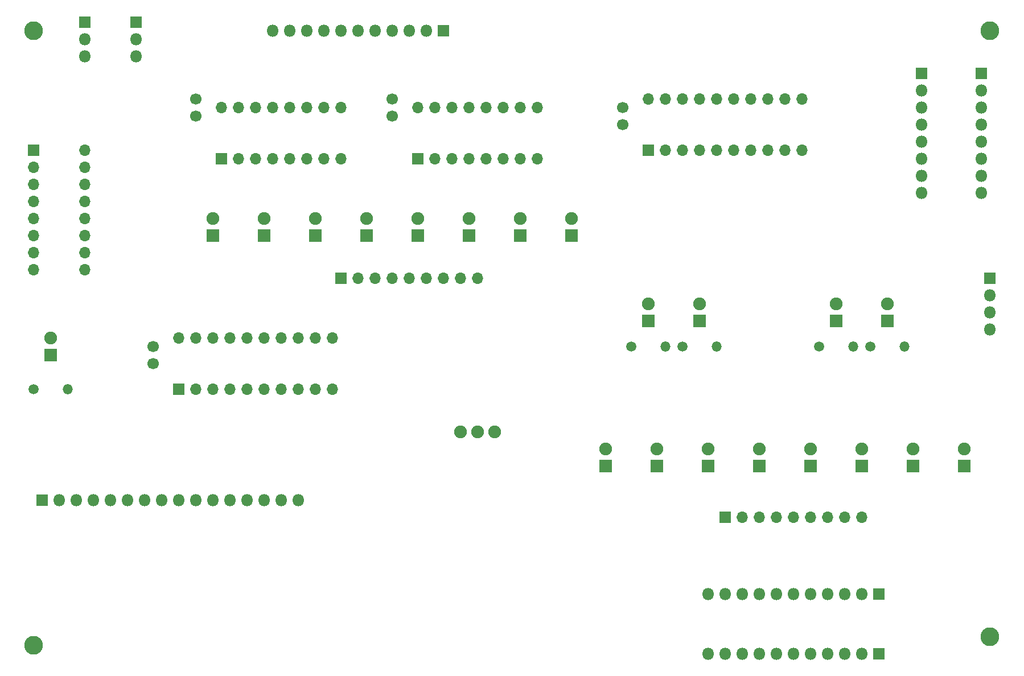
<source format=gbr>
%TF.GenerationSoftware,KiCad,Pcbnew,5.1.6-c6e7f7d~87~ubuntu16.04.1*%
%TF.CreationDate,2022-03-08T12:55:19-05:00*%
%TF.ProjectId,riscy_io,72697363-795f-4696-9f2e-6b696361645f,rev?*%
%TF.SameCoordinates,Original*%
%TF.FileFunction,Soldermask,Bot*%
%TF.FilePolarity,Negative*%
%FSLAX46Y46*%
G04 Gerber Fmt 4.6, Leading zero omitted, Abs format (unit mm)*
G04 Created by KiCad (PCBNEW 5.1.6-c6e7f7d~87~ubuntu16.04.1) date 2022-03-08 12:55:19*
%MOMM*%
%LPD*%
G01*
G04 APERTURE LIST*
%ADD10O,1.800000X1.800000*%
%ADD11R,1.800000X1.800000*%
%ADD12C,2.800000*%
%ADD13O,1.700000X1.700000*%
%ADD14R,1.700000X1.700000*%
%ADD15C,1.900000*%
%ADD16O,1.500000X1.500000*%
%ADD17C,1.500000*%
%ADD18R,1.900000X1.900000*%
%ADD19C,1.700000*%
G04 APERTURE END LIST*
D10*
%TO.C,J10*%
X104140000Y-96520000D03*
X106680000Y-96520000D03*
X109220000Y-96520000D03*
X111760000Y-96520000D03*
X114300000Y-96520000D03*
X116840000Y-96520000D03*
X119380000Y-96520000D03*
X121920000Y-96520000D03*
X124460000Y-96520000D03*
X127000000Y-96520000D03*
D11*
X129540000Y-96520000D03*
%TD*%
D12*
%TO.C,REF4*%
X3810000Y-3810000D03*
%TD*%
%TO.C,REF3*%
X3810000Y-95250000D03*
%TD*%
%TO.C,REF2*%
X146050000Y-93980000D03*
%TD*%
%TO.C,REF1*%
X146050000Y-3810000D03*
%TD*%
D13*
%TO.C,U2*%
X60960000Y-15240000D03*
X78740000Y-22860000D03*
X63500000Y-15240000D03*
X76200000Y-22860000D03*
X66040000Y-15240000D03*
X73660000Y-22860000D03*
X68580000Y-15240000D03*
X71120000Y-22860000D03*
X71120000Y-15240000D03*
X68580000Y-22860000D03*
X73660000Y-15240000D03*
X66040000Y-22860000D03*
X76200000Y-15240000D03*
X63500000Y-22860000D03*
X78740000Y-15240000D03*
D14*
X60960000Y-22860000D03*
%TD*%
D13*
%TO.C,U1*%
X31750000Y-15240000D03*
X49530000Y-22860000D03*
X34290000Y-15240000D03*
X46990000Y-22860000D03*
X36830000Y-15240000D03*
X44450000Y-22860000D03*
X39370000Y-15240000D03*
X41910000Y-22860000D03*
X41910000Y-15240000D03*
X39370000Y-22860000D03*
X44450000Y-15240000D03*
X36830000Y-22860000D03*
X46990000Y-15240000D03*
X34290000Y-22860000D03*
X49530000Y-15240000D03*
D14*
X31750000Y-22860000D03*
%TD*%
D10*
%TO.C,J9*%
X39370000Y-3810000D03*
X41910000Y-3810000D03*
X44450000Y-3810000D03*
X46990000Y-3810000D03*
X49530000Y-3810000D03*
X52070000Y-3810000D03*
X54610000Y-3810000D03*
X57150000Y-3810000D03*
X59690000Y-3810000D03*
X62230000Y-3810000D03*
D11*
X64770000Y-3810000D03*
%TD*%
D13*
%TO.C,U4*%
X25400000Y-49530000D03*
X48260000Y-57150000D03*
X27940000Y-49530000D03*
X45720000Y-57150000D03*
X30480000Y-49530000D03*
X43180000Y-57150000D03*
X33020000Y-49530000D03*
X40640000Y-57150000D03*
X35560000Y-49530000D03*
X38100000Y-57150000D03*
X38100000Y-49530000D03*
X35560000Y-57150000D03*
X40640000Y-49530000D03*
X33020000Y-57150000D03*
X43180000Y-49530000D03*
X30480000Y-57150000D03*
X45720000Y-49530000D03*
X27940000Y-57150000D03*
X48260000Y-49530000D03*
D14*
X25400000Y-57150000D03*
%TD*%
D13*
%TO.C,U3*%
X95250000Y-13970000D03*
X118110000Y-21590000D03*
X97790000Y-13970000D03*
X115570000Y-21590000D03*
X100330000Y-13970000D03*
X113030000Y-21590000D03*
X102870000Y-13970000D03*
X110490000Y-21590000D03*
X105410000Y-13970000D03*
X107950000Y-21590000D03*
X107950000Y-13970000D03*
X105410000Y-21590000D03*
X110490000Y-13970000D03*
X102870000Y-21590000D03*
X113030000Y-13970000D03*
X100330000Y-21590000D03*
X115570000Y-13970000D03*
X97790000Y-21590000D03*
X118110000Y-13970000D03*
D14*
X95250000Y-21590000D03*
%TD*%
D15*
%TO.C,RV1*%
X72390000Y-63500000D03*
X69850000Y-63500000D03*
X67310000Y-63500000D03*
%TD*%
D13*
%TO.C,RN2*%
X127000000Y-76200000D03*
X124460000Y-76200000D03*
X121920000Y-76200000D03*
X119380000Y-76200000D03*
X116840000Y-76200000D03*
X114300000Y-76200000D03*
X111760000Y-76200000D03*
X109220000Y-76200000D03*
D14*
X106680000Y-76200000D03*
%TD*%
D13*
%TO.C,RN1*%
X69850000Y-40640000D03*
X67310000Y-40640000D03*
X64770000Y-40640000D03*
X62230000Y-40640000D03*
X59690000Y-40640000D03*
X57150000Y-40640000D03*
X54610000Y-40640000D03*
X52070000Y-40640000D03*
D14*
X49530000Y-40640000D03*
%TD*%
D16*
%TO.C,R5*%
X8890000Y-57150000D03*
D17*
X3810000Y-57150000D03*
%TD*%
D16*
%TO.C,R4*%
X133350000Y-50800000D03*
D17*
X128270000Y-50800000D03*
%TD*%
D16*
%TO.C,R3*%
X125730000Y-50800000D03*
D17*
X120650000Y-50800000D03*
%TD*%
D16*
%TO.C,R2*%
X105410000Y-50800000D03*
D17*
X100330000Y-50800000D03*
%TD*%
D16*
%TO.C,R1*%
X97790000Y-50800000D03*
D17*
X92710000Y-50800000D03*
%TD*%
D13*
%TO.C,J8*%
X11430000Y-21590000D03*
X3810000Y-39370000D03*
X11430000Y-24130000D03*
X3810000Y-36830000D03*
X11430000Y-26670000D03*
X3810000Y-34290000D03*
X11430000Y-29210000D03*
X3810000Y-31750000D03*
X11430000Y-31750000D03*
X3810000Y-29210000D03*
X11430000Y-34290000D03*
X3810000Y-26670000D03*
X11430000Y-36830000D03*
X3810000Y-24130000D03*
X11430000Y-39370000D03*
D14*
X3810000Y-21590000D03*
%TD*%
D10*
%TO.C,J7*%
X146050000Y-48260000D03*
X146050000Y-45720000D03*
X146050000Y-43180000D03*
D11*
X146050000Y-40640000D03*
%TD*%
D10*
%TO.C,J6*%
X43180000Y-73660000D03*
X40640000Y-73660000D03*
X38100000Y-73660000D03*
X35560000Y-73660000D03*
X33020000Y-73660000D03*
X30480000Y-73660000D03*
X27940000Y-73660000D03*
X25400000Y-73660000D03*
X22860000Y-73660000D03*
X20320000Y-73660000D03*
X17780000Y-73660000D03*
X15240000Y-73660000D03*
X12700000Y-73660000D03*
X10160000Y-73660000D03*
X7620000Y-73660000D03*
D11*
X5080000Y-73660000D03*
%TD*%
D10*
%TO.C,J5*%
X104140000Y-87630000D03*
X106680000Y-87630000D03*
X109220000Y-87630000D03*
X111760000Y-87630000D03*
X114300000Y-87630000D03*
X116840000Y-87630000D03*
X119380000Y-87630000D03*
X121920000Y-87630000D03*
X124460000Y-87630000D03*
X127000000Y-87630000D03*
D11*
X129540000Y-87630000D03*
%TD*%
D10*
%TO.C,J4*%
X135890000Y-27940000D03*
X135890000Y-25400000D03*
X135890000Y-22860000D03*
X135890000Y-20320000D03*
X135890000Y-17780000D03*
X135890000Y-15240000D03*
X135890000Y-12700000D03*
D11*
X135890000Y-10160000D03*
%TD*%
D10*
%TO.C,J3*%
X144780000Y-27940000D03*
X144780000Y-25400000D03*
X144780000Y-22860000D03*
X144780000Y-20320000D03*
X144780000Y-17780000D03*
X144780000Y-15240000D03*
X144780000Y-12700000D03*
D11*
X144780000Y-10160000D03*
%TD*%
D10*
%TO.C,J2*%
X19050000Y-7620000D03*
X19050000Y-5080000D03*
D11*
X19050000Y-2540000D03*
%TD*%
D10*
%TO.C,J1*%
X11430000Y-7620000D03*
X11430000Y-5080000D03*
D11*
X11430000Y-2540000D03*
%TD*%
D15*
%TO.C,D21*%
X6350000Y-49530000D03*
D18*
X6350000Y-52070000D03*
%TD*%
D15*
%TO.C,D20*%
X130810000Y-44450000D03*
D18*
X130810000Y-46990000D03*
%TD*%
D15*
%TO.C,D19*%
X123190000Y-44450000D03*
D18*
X123190000Y-46990000D03*
%TD*%
D15*
%TO.C,D18*%
X102870000Y-44450000D03*
D18*
X102870000Y-46990000D03*
%TD*%
D15*
%TO.C,D17*%
X95250000Y-44450000D03*
D18*
X95250000Y-46990000D03*
%TD*%
D15*
%TO.C,D16*%
X142240000Y-66040000D03*
D18*
X142240000Y-68580000D03*
%TD*%
D15*
%TO.C,D15*%
X134620000Y-66040000D03*
D18*
X134620000Y-68580000D03*
%TD*%
D15*
%TO.C,D14*%
X127000000Y-66040000D03*
D18*
X127000000Y-68580000D03*
%TD*%
D15*
%TO.C,D13*%
X119380000Y-66040000D03*
D18*
X119380000Y-68580000D03*
%TD*%
D15*
%TO.C,D12*%
X111760000Y-66040000D03*
D18*
X111760000Y-68580000D03*
%TD*%
D15*
%TO.C,D11*%
X104140000Y-66040000D03*
D18*
X104140000Y-68580000D03*
%TD*%
D15*
%TO.C,D10*%
X96520000Y-66040000D03*
D18*
X96520000Y-68580000D03*
%TD*%
D15*
%TO.C,D9*%
X88900000Y-66040000D03*
D18*
X88900000Y-68580000D03*
%TD*%
D15*
%TO.C,D8*%
X83820000Y-31750000D03*
D18*
X83820000Y-34290000D03*
%TD*%
D15*
%TO.C,D7*%
X76200000Y-31750000D03*
D18*
X76200000Y-34290000D03*
%TD*%
D15*
%TO.C,D6*%
X68580000Y-31750000D03*
D18*
X68580000Y-34290000D03*
%TD*%
D15*
%TO.C,D5*%
X60960000Y-31750000D03*
D18*
X60960000Y-34290000D03*
%TD*%
D15*
%TO.C,D4*%
X53340000Y-31750000D03*
D18*
X53340000Y-34290000D03*
%TD*%
D15*
%TO.C,D3*%
X45720000Y-31750000D03*
D18*
X45720000Y-34290000D03*
%TD*%
D15*
%TO.C,D2*%
X38100000Y-31750000D03*
D18*
X38100000Y-34290000D03*
%TD*%
D15*
%TO.C,D1*%
X30480000Y-31750000D03*
D18*
X30480000Y-34290000D03*
%TD*%
D19*
%TO.C,C4*%
X21590000Y-53300000D03*
X21590000Y-50800000D03*
%TD*%
%TO.C,C3*%
X91440000Y-17740000D03*
X91440000Y-15240000D03*
%TD*%
%TO.C,C2*%
X57150000Y-16470000D03*
X57150000Y-13970000D03*
%TD*%
%TO.C,C1*%
X27940000Y-16470000D03*
X27940000Y-13970000D03*
%TD*%
M02*

</source>
